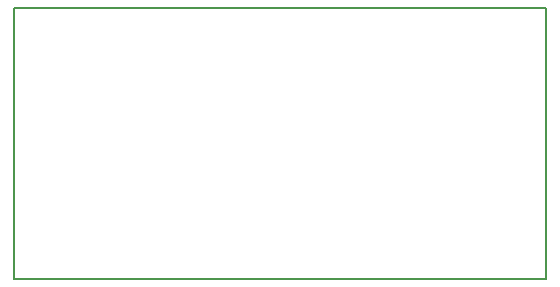
<source format=gbr>
G04 #@! TF.FileFunction,Profile,NP*
%FSLAX46Y46*%
G04 Gerber Fmt 4.6, Leading zero omitted, Abs format (unit mm)*
G04 Created by KiCad (PCBNEW 4.0.2+dfsg1-stable) date Wed 02 May 2018 20:52:18 CST*
%MOMM*%
G01*
G04 APERTURE LIST*
%ADD10C,0.100000*%
%ADD11C,0.150000*%
G04 APERTURE END LIST*
D10*
D11*
X90170000Y-101460000D02*
X135170000Y-101460000D01*
X90170000Y-124460000D02*
X90170000Y-101460000D01*
X135170000Y-124460000D02*
X90170000Y-124460000D01*
X135170000Y-101460000D02*
X135170000Y-124460000D01*
M02*

</source>
